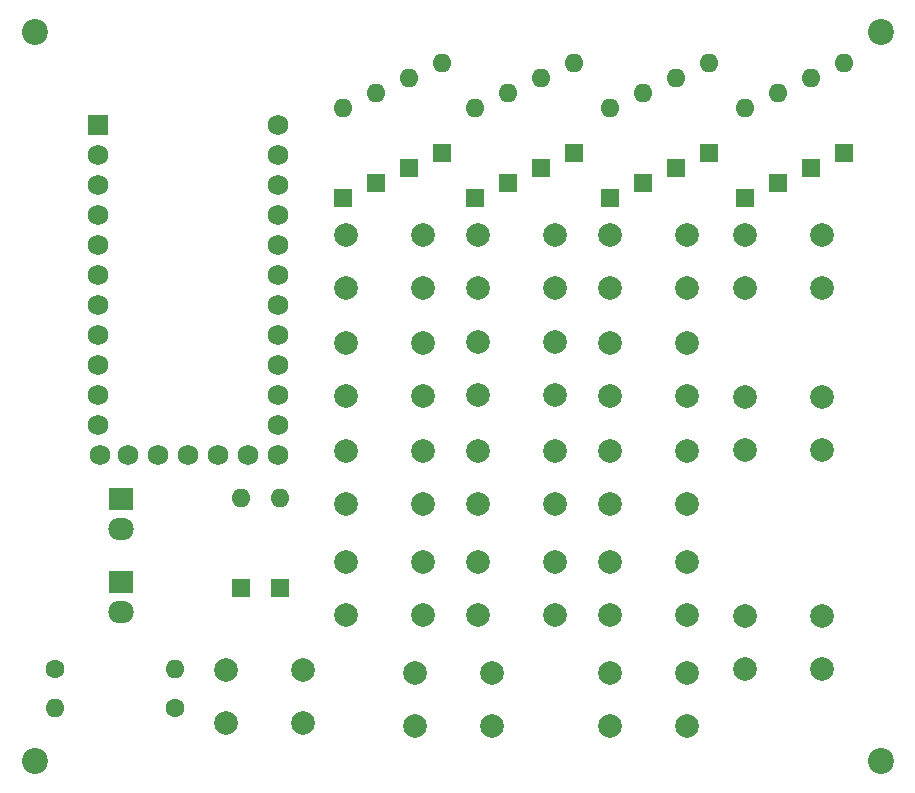
<source format=gbr>
%TF.GenerationSoftware,KiCad,Pcbnew,(6.0.9)*%
%TF.CreationDate,2022-12-01T15:49:56+00:00*%
%TF.ProjectId,PocketPad,506f636b-6574-4506-9164-2e6b69636164,rev?*%
%TF.SameCoordinates,Original*%
%TF.FileFunction,Soldermask,Top*%
%TF.FilePolarity,Negative*%
%FSLAX46Y46*%
G04 Gerber Fmt 4.6, Leading zero omitted, Abs format (unit mm)*
G04 Created by KiCad (PCBNEW (6.0.9)) date 2022-12-01 15:49:56*
%MOMM*%
%LPD*%
G01*
G04 APERTURE LIST*
%ADD10C,2.000000*%
%ADD11R,1.600000X1.600000*%
%ADD12O,1.600000X1.600000*%
%ADD13R,1.752600X1.752600*%
%ADD14C,1.752600*%
%ADD15O,2.159000X1.905000*%
%ADD16R,2.159000X1.905000*%
%ADD17C,2.200000*%
%ADD18C,1.600000*%
G04 APERTURE END LIST*
D10*
%TO.C,SW2*%
X72442000Y-35346000D03*
X78942000Y-35346000D03*
X72442000Y-39846000D03*
X78942000Y-39846000D03*
%TD*%
%TO.C,SW7*%
X83872000Y-49062000D03*
X90372000Y-49062000D03*
X83872000Y-53562000D03*
X90372000Y-53562000D03*
%TD*%
%TO.C,SW3*%
X83872000Y-35346000D03*
X90372000Y-35346000D03*
X83872000Y-39846000D03*
X90372000Y-39846000D03*
%TD*%
%TO.C,SW16*%
X39930000Y-72176000D03*
X46430000Y-72176000D03*
X39930000Y-76676000D03*
X46430000Y-76676000D03*
%TD*%
%TO.C,SW17*%
X55932000Y-72430000D03*
X62432000Y-72430000D03*
X55932000Y-76930000D03*
X62432000Y-76930000D03*
%TD*%
%TO.C,SW8*%
X50090000Y-53634000D03*
X56590000Y-53634000D03*
X50090000Y-58134000D03*
X56590000Y-58134000D03*
%TD*%
D11*
%TO.C,D16*%
X41148000Y-65278000D03*
D12*
X41148000Y-57658000D03*
%TD*%
D11*
%TO.C,D1*%
X60960000Y-32258000D03*
D12*
X60960000Y-24638000D03*
%TD*%
D11*
%TO.C,D5*%
X63754000Y-30988000D03*
D12*
X63754000Y-23368000D03*
%TD*%
D11*
%TO.C,D13*%
X69342000Y-28448000D03*
D12*
X69342000Y-20828000D03*
%TD*%
D10*
%TO.C,SW13*%
X61266000Y-63032000D03*
X67766000Y-63032000D03*
X61266000Y-67532000D03*
X67766000Y-67532000D03*
%TD*%
%TO.C,SW14*%
X72442000Y-63032000D03*
X78942000Y-63032000D03*
X72442000Y-67532000D03*
X78942000Y-67532000D03*
%TD*%
%TO.C,SW6*%
X72442000Y-44490000D03*
X78942000Y-44490000D03*
X72442000Y-48990000D03*
X78942000Y-48990000D03*
%TD*%
D11*
%TO.C,D4*%
X52578000Y-30988000D03*
D12*
X52578000Y-23368000D03*
%TD*%
D13*
%TO.C,MCU1*%
X29064000Y-26016750D03*
D14*
X29064000Y-28556750D03*
X29064000Y-31096750D03*
X29064000Y-33636750D03*
X29064000Y-36176750D03*
X29064000Y-38716750D03*
X29064000Y-41256750D03*
X29064000Y-43796750D03*
X29064000Y-46336750D03*
X29064000Y-48876750D03*
X29064000Y-51416750D03*
X29292600Y-53956750D03*
X44304000Y-53956750D03*
X44304000Y-51416750D03*
X44304000Y-48876750D03*
X44304000Y-46336750D03*
X44304000Y-43796750D03*
X44304000Y-41256750D03*
X44304000Y-38716750D03*
X44304000Y-36176750D03*
X44304000Y-33636750D03*
X44304000Y-31096750D03*
X44304000Y-28556750D03*
X44304000Y-26016750D03*
X31604000Y-53956750D03*
X34144000Y-53956750D03*
X36684000Y-53956750D03*
X39224000Y-53956750D03*
X41764000Y-53956750D03*
%TD*%
D11*
%TO.C,D15*%
X92202000Y-28448000D03*
D12*
X92202000Y-20828000D03*
%TD*%
D11*
%TO.C,D3*%
X83820000Y-32258000D03*
D12*
X83820000Y-24638000D03*
%TD*%
D15*
%TO.C,ACT*%
X31000000Y-67310000D03*
D16*
X31000000Y-64770000D03*
%TD*%
D11*
%TO.C,D12*%
X58166000Y-28448000D03*
D12*
X58166000Y-20828000D03*
%TD*%
D11*
%TO.C,D11*%
X89408000Y-29718000D03*
D12*
X89408000Y-22098000D03*
%TD*%
D11*
%TO.C,D10*%
X77978000Y-29718000D03*
D12*
X77978000Y-22098000D03*
%TD*%
D11*
%TO.C,D8*%
X55372000Y-29718000D03*
D12*
X55372000Y-22098000D03*
%TD*%
D10*
%TO.C,SW12*%
X50090000Y-63032000D03*
X56590000Y-63032000D03*
X50090000Y-67532000D03*
X56590000Y-67532000D03*
%TD*%
%TO.C,SW5*%
X61266000Y-44450000D03*
X67766000Y-44450000D03*
X61266000Y-48950000D03*
X67766000Y-48950000D03*
%TD*%
D15*
%TO.C,PWR*%
X31000000Y-60270000D03*
D16*
X31000000Y-57730000D03*
%TD*%
D10*
%TO.C,SW9*%
X61266000Y-53634000D03*
X67766000Y-53634000D03*
X61266000Y-58134000D03*
X67766000Y-58134000D03*
%TD*%
D11*
%TO.C,D14*%
X80772000Y-28448000D03*
D12*
X80772000Y-20828000D03*
%TD*%
D17*
%TO.C,REF\u002A\u002A*%
X23730000Y-79910000D03*
%TD*%
%TO.C,REF\u002A\u002A*%
X95358000Y-18188000D03*
%TD*%
D18*
%TO.C,PWR-R1*%
X25400000Y-72136000D03*
D12*
X35560000Y-72136000D03*
%TD*%
D10*
%TO.C,SW1*%
X61266000Y-35346000D03*
X67766000Y-35346000D03*
X61266000Y-39846000D03*
X67766000Y-39846000D03*
%TD*%
%TO.C,SW15*%
X72442000Y-72430000D03*
X78942000Y-72430000D03*
X72442000Y-76930000D03*
X78942000Y-76930000D03*
%TD*%
D11*
%TO.C,D7*%
X86614000Y-30988000D03*
D12*
X86614000Y-23368000D03*
%TD*%
D17*
%TO.C,REF\u002A\u002A*%
X23730000Y-18188000D03*
%TD*%
D11*
%TO.C,D6*%
X75184000Y-30988000D03*
D12*
X75184000Y-23368000D03*
%TD*%
D10*
%TO.C,SW0*%
X50090000Y-35346000D03*
X56590000Y-35346000D03*
X50090000Y-39846000D03*
X56590000Y-39846000D03*
%TD*%
D17*
%TO.C,REF\u002A\u002A*%
X95358000Y-79910000D03*
%TD*%
D10*
%TO.C,SW10*%
X72442000Y-53634000D03*
X78942000Y-53634000D03*
X72442000Y-58134000D03*
X78942000Y-58134000D03*
%TD*%
D11*
%TO.C,D2*%
X72390000Y-32258000D03*
D12*
X72390000Y-24638000D03*
%TD*%
D11*
%TO.C,D9*%
X66548000Y-29718000D03*
D12*
X66548000Y-22098000D03*
%TD*%
D11*
%TO.C,D0*%
X49784000Y-32258000D03*
D12*
X49784000Y-24638000D03*
%TD*%
D10*
%TO.C,SW4*%
X50090000Y-44490000D03*
X56590000Y-44490000D03*
X50090000Y-48990000D03*
X56590000Y-48990000D03*
%TD*%
D18*
%TO.C,ACT-R1*%
X35560000Y-75438000D03*
D12*
X25400000Y-75438000D03*
%TD*%
D11*
%TO.C,D17*%
X44450000Y-65278000D03*
D12*
X44450000Y-57658000D03*
%TD*%
D10*
%TO.C,SW11*%
X83872000Y-67604000D03*
X90372000Y-67604000D03*
X83872000Y-72104000D03*
X90372000Y-72104000D03*
%TD*%
M02*

</source>
